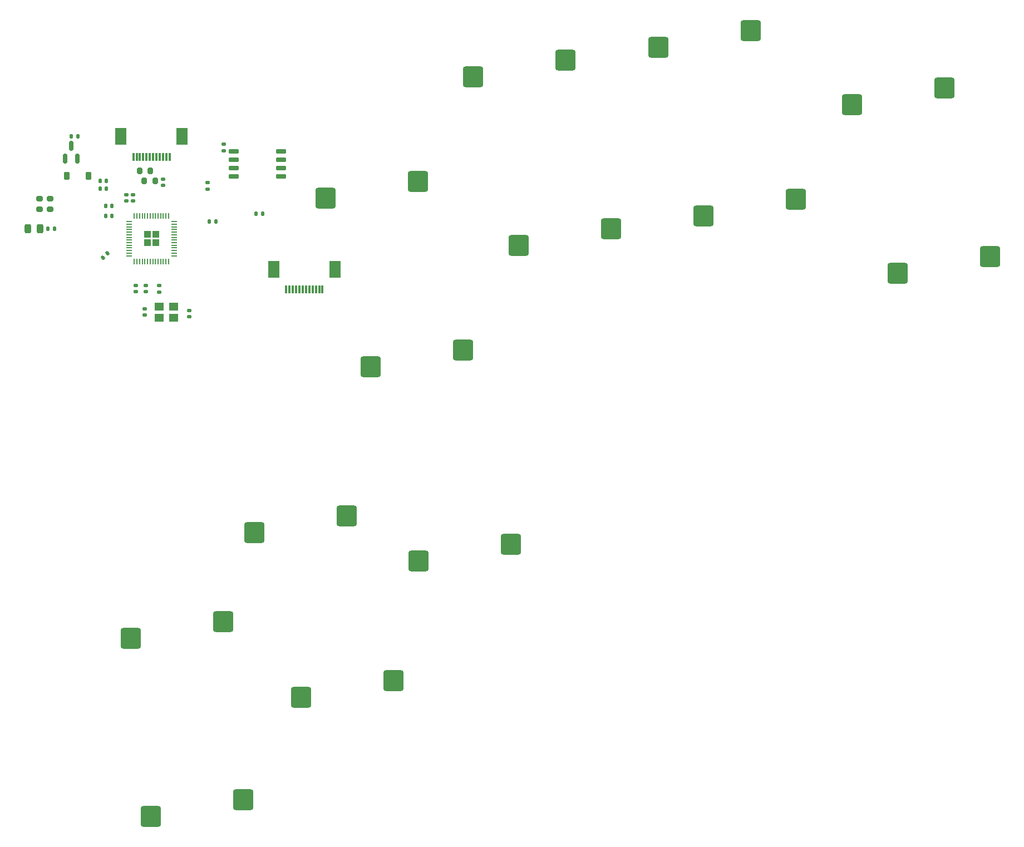
<source format=gbp>
G04 #@! TF.GenerationSoftware,KiCad,Pcbnew,(7.0.0)*
G04 #@! TF.CreationDate,2025-06-06T01:27:20-07:00*
G04 #@! TF.ProjectId,HybridBoxNew,48796272-6964-4426-9f78-4e65772e6b69,rev?*
G04 #@! TF.SameCoordinates,Original*
G04 #@! TF.FileFunction,Paste,Bot*
G04 #@! TF.FilePolarity,Positive*
%FSLAX46Y46*%
G04 Gerber Fmt 4.6, Leading zero omitted, Abs format (unit mm)*
G04 Created by KiCad (PCBNEW (7.0.0)) date 2025-06-06 01:27:20*
%MOMM*%
%LPD*%
G01*
G04 APERTURE LIST*
G04 Aperture macros list*
%AMRoundRect*
0 Rectangle with rounded corners*
0 $1 Rounding radius*
0 $2 $3 $4 $5 $6 $7 $8 $9 X,Y pos of 4 corners*
0 Add a 4 corners polygon primitive as box body*
4,1,4,$2,$3,$4,$5,$6,$7,$8,$9,$2,$3,0*
0 Add four circle primitives for the rounded corners*
1,1,$1+$1,$2,$3*
1,1,$1+$1,$4,$5*
1,1,$1+$1,$6,$7*
1,1,$1+$1,$8,$9*
0 Add four rect primitives between the rounded corners*
20,1,$1+$1,$2,$3,$4,$5,0*
20,1,$1+$1,$4,$5,$6,$7,0*
20,1,$1+$1,$6,$7,$8,$9,0*
20,1,$1+$1,$8,$9,$2,$3,0*%
G04 Aperture macros list end*
%ADD10RoundRect,0.300000X1.200000X1.275000X-1.200000X1.275000X-1.200000X-1.275000X1.200000X-1.275000X0*%
%ADD11RoundRect,0.140000X0.170000X-0.140000X0.170000X0.140000X-0.170000X0.140000X-0.170000X-0.140000X0*%
%ADD12RoundRect,0.140000X0.140000X0.170000X-0.140000X0.170000X-0.140000X-0.170000X0.140000X-0.170000X0*%
%ADD13RoundRect,0.140000X-0.170000X0.140000X-0.170000X-0.140000X0.170000X-0.140000X0.170000X0.140000X0*%
%ADD14RoundRect,0.200000X0.275000X-0.200000X0.275000X0.200000X-0.275000X0.200000X-0.275000X-0.200000X0*%
%ADD15RoundRect,0.140000X-0.140000X-0.170000X0.140000X-0.170000X0.140000X0.170000X-0.140000X0.170000X0*%
%ADD16R,0.300000X1.300000*%
%ADD17R,1.729997X2.600000*%
%ADD18RoundRect,0.243750X-0.243750X-0.456250X0.243750X-0.456250X0.243750X0.456250X-0.243750X0.456250X0*%
%ADD19RoundRect,0.250000X0.292217X0.292217X-0.292217X0.292217X-0.292217X-0.292217X0.292217X-0.292217X0*%
%ADD20RoundRect,0.050000X0.387500X0.050000X-0.387500X0.050000X-0.387500X-0.050000X0.387500X-0.050000X0*%
%ADD21RoundRect,0.050000X0.050000X0.387500X-0.050000X0.387500X-0.050000X-0.387500X0.050000X-0.387500X0*%
%ADD22RoundRect,0.200000X0.200000X0.275000X-0.200000X0.275000X-0.200000X-0.275000X0.200000X-0.275000X0*%
%ADD23R,1.400000X1.200000*%
%ADD24RoundRect,0.225000X0.225000X0.375000X-0.225000X0.375000X-0.225000X-0.375000X0.225000X-0.375000X0*%
%ADD25RoundRect,0.150000X0.150000X-0.587500X0.150000X0.587500X-0.150000X0.587500X-0.150000X-0.587500X0*%
%ADD26RoundRect,0.135000X0.135000X0.185000X-0.135000X0.185000X-0.135000X-0.185000X0.135000X-0.185000X0*%
%ADD27RoundRect,0.200000X-0.275000X0.200000X-0.275000X-0.200000X0.275000X-0.200000X0.275000X0.200000X0*%
%ADD28RoundRect,0.135000X-0.135000X-0.185000X0.135000X-0.185000X0.135000X0.185000X-0.135000X0.185000X0*%
%ADD29RoundRect,0.150000X0.650000X0.150000X-0.650000X0.150000X-0.650000X-0.150000X0.650000X-0.150000X0*%
%ADD30RoundRect,0.135000X0.185000X-0.135000X0.185000X0.135000X-0.185000X0.135000X-0.185000X-0.135000X0*%
%ADD31RoundRect,0.140000X-0.021213X0.219203X-0.219203X0.021213X0.021213X-0.219203X0.219203X-0.021213X0*%
G04 APERTURE END LIST*
D10*
X204176182Y-131043438D03*
X218226182Y-128503438D03*
D11*
X203555250Y-64506018D03*
X203555250Y-63546018D03*
D10*
X233787232Y-64055127D03*
X247837232Y-61515127D03*
D11*
X209140000Y-62150000D03*
X209140000Y-61190000D03*
D10*
X247975123Y-119307547D03*
X262025123Y-116767547D03*
D12*
X201340000Y-65280250D03*
X200380000Y-65280250D03*
D13*
X204924000Y-77373250D03*
X204924000Y-78333250D03*
D14*
X190347000Y-65795000D03*
X190347000Y-64145000D03*
D15*
X216160000Y-67670000D03*
X217120000Y-67670000D03*
D16*
X233355113Y-78008514D03*
X232854986Y-78008514D03*
X232355113Y-78008514D03*
X231854986Y-78008514D03*
X231355113Y-78008514D03*
X230854986Y-78008514D03*
X230355113Y-78008514D03*
X229854986Y-78008514D03*
X229355113Y-78008514D03*
X228854986Y-78008514D03*
X228355113Y-78008514D03*
X227854986Y-78008514D03*
D17*
X225920010Y-74928504D03*
X235290089Y-74928504D03*
D10*
X291351667Y-66808545D03*
X305401667Y-64268545D03*
D11*
X204571250Y-64506018D03*
X204571250Y-63546018D03*
D13*
X206448000Y-77373250D03*
X206448000Y-78333250D03*
D10*
X284455673Y-41139333D03*
X298505673Y-38599333D03*
D11*
X218300000Y-56875000D03*
X218300000Y-55915000D03*
D18*
X188492000Y-68720000D03*
X190367000Y-68720000D03*
D15*
X199517000Y-61470000D03*
X200477000Y-61470000D03*
D11*
X206349250Y-81905018D03*
X206349250Y-80945018D03*
D19*
X207974500Y-70902500D03*
X207974500Y-69627500D03*
X206699500Y-70902500D03*
X206699500Y-69627500D03*
D20*
X210774500Y-67665000D03*
X210774500Y-68065000D03*
X210774500Y-68465000D03*
X210774500Y-68865000D03*
X210774500Y-69265000D03*
X210774500Y-69665000D03*
X210774500Y-70065000D03*
X210774500Y-70465000D03*
X210774500Y-70865000D03*
X210774500Y-71265000D03*
X210774500Y-71665000D03*
X210774500Y-72065000D03*
X210774500Y-72465000D03*
X210774500Y-72865000D03*
D21*
X209937000Y-73702500D03*
X209537000Y-73702500D03*
X209137000Y-73702500D03*
X208737000Y-73702500D03*
X208337000Y-73702500D03*
X207937000Y-73702500D03*
X207537000Y-73702500D03*
X207137000Y-73702500D03*
X206737000Y-73702500D03*
X206337000Y-73702500D03*
X205937000Y-73702500D03*
X205537000Y-73702500D03*
X205137000Y-73702500D03*
X204737000Y-73702500D03*
D20*
X203899500Y-72865000D03*
X203899500Y-72465000D03*
X203899500Y-72065000D03*
X203899500Y-71665000D03*
X203899500Y-71265000D03*
X203899500Y-70865000D03*
X203899500Y-70465000D03*
X203899500Y-70065000D03*
X203899500Y-69665000D03*
X203899500Y-69265000D03*
X203899500Y-68865000D03*
X203899500Y-68465000D03*
X203899500Y-68065000D03*
X203899500Y-67665000D03*
D21*
X204737000Y-66827500D03*
X205137000Y-66827500D03*
X205537000Y-66827500D03*
X205937000Y-66827500D03*
X206337000Y-66827500D03*
X206737000Y-66827500D03*
X207137000Y-66827500D03*
X207537000Y-66827500D03*
X207937000Y-66827500D03*
X208337000Y-66827500D03*
X208737000Y-66827500D03*
X209137000Y-66827500D03*
X209537000Y-66827500D03*
X209937000Y-66827500D03*
D22*
X207190000Y-59980000D03*
X205540000Y-59980000D03*
D23*
X208522999Y-80559249D03*
X210722999Y-80559249D03*
X210722999Y-82259249D03*
X208522999Y-82259249D03*
D10*
X263192853Y-71273729D03*
X277242853Y-68733729D03*
D22*
X207900000Y-61480000D03*
X206250000Y-61480000D03*
D24*
X197790000Y-60670000D03*
X194490000Y-60670000D03*
D25*
X196090000Y-58045000D03*
X194190000Y-58045000D03*
X195140000Y-56170000D03*
D10*
X223008565Y-114938960D03*
X237058565Y-112398960D03*
D26*
X192567000Y-68730000D03*
X191547000Y-68730000D03*
D16*
X210087113Y-57805004D03*
X209586986Y-57805004D03*
X209087113Y-57805004D03*
X208586986Y-57805004D03*
X208087113Y-57805004D03*
X207586986Y-57805004D03*
X207087113Y-57805004D03*
X206586986Y-57805004D03*
X206087113Y-57805004D03*
X205586986Y-57805004D03*
X205087113Y-57805004D03*
X204586986Y-57805004D03*
D17*
X202652010Y-54724994D03*
X212022089Y-54724994D03*
D27*
X191887000Y-64150000D03*
X191887000Y-65800000D03*
D10*
X256296859Y-45604517D03*
X270346859Y-43064517D03*
X230079837Y-140061357D03*
X244129837Y-137521357D03*
X240682967Y-89723373D03*
X254732967Y-87183373D03*
X207247454Y-158165835D03*
X221297454Y-155625835D03*
D12*
X196120000Y-54670000D03*
X195160000Y-54670000D03*
D10*
X320831562Y-75511119D03*
X334881562Y-72971119D03*
D12*
X200477000Y-62670000D03*
X199517000Y-62670000D03*
D11*
X215861000Y-62712250D03*
X215861000Y-61752250D03*
D12*
X201340000Y-66804250D03*
X200380000Y-66804250D03*
D28*
X223220000Y-66475000D03*
X224240000Y-66475000D03*
D13*
X213052000Y-81199018D03*
X213052000Y-82159018D03*
D29*
X227067000Y-57015000D03*
X227067000Y-58285000D03*
X227067000Y-59555000D03*
X227067000Y-60825000D03*
X219867000Y-60825000D03*
X219867000Y-59555000D03*
X219867000Y-58285000D03*
X219867000Y-57015000D03*
D30*
X208480000Y-78363250D03*
X208480000Y-77343250D03*
D31*
X200641152Y-72446847D03*
X199962330Y-73125669D03*
D10*
X313935568Y-49841907D03*
X327985568Y-47301907D03*
M02*

</source>
